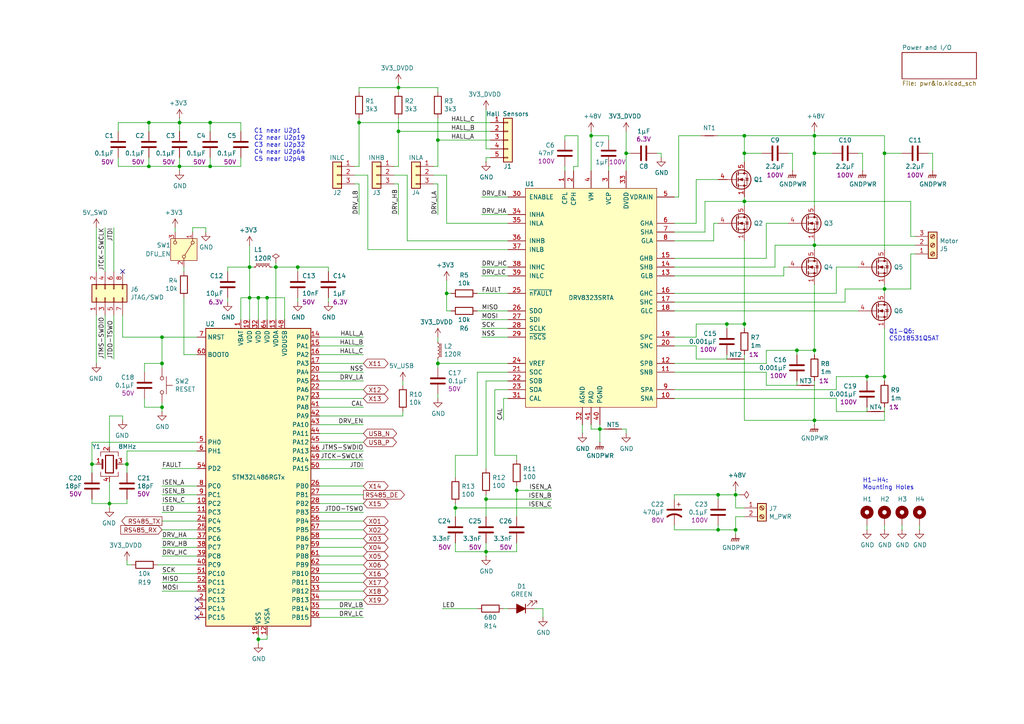
<source format=kicad_sch>
(kicad_sch (version 20231120) (generator "eeschema") (generator_version "8.0")
  (paper "A4")
  (title_block (title "Project 3104") (date "30/04/2019") (rev "1.1") (company "Douglas Almeida") (comment 1 "Brushless direct current motor driver."))
  (junction (at 104.14 35.56))
  (junction (at 36.83 134.62))
  (junction (at 132.08 147.32))
  (junction (at 213.36 153.67))
  (junction (at 215.9 44.45))
  (junction (at 52.07 48.26))
  (junction (at 46.99 105.41))
  (junction (at 251.46 109.22))
  (junction (at 43.18 35.56))
  (junction (at 115.57 38.1))
  (junction (at 149.86 142.24))
  (junction (at 140.97 144.78))
  (junction (at 74.93 185.42))
  (junction (at 256.54 44.45))
  (junction (at 215.9 93.98))
  (junction (at 74.93 86.36))
  (junction (at 127 105.41))
  (junction (at 60.96 48.26))
  (junction (at 46.99 97.79))
  (junction (at 213.36 143.51))
  (junction (at 127 40.64))
  (junction (at 215.9 39.37))
  (junction (at 140.97 160.02))
  (junction (at 77.47 86.36))
  (junction (at 231.14 101.6))
  (junction (at 236.22 101.6))
  (junction (at 236.22 44.45))
  (junction (at 256.54 83.82))
  (junction (at 80.01 77.47))
  (junction (at 256.54 109.22))
  (junction (at 208.28 143.51))
  (junction (at 52.07 35.56))
  (junction (at 208.28 153.67))
  (junction (at 181.61 44.45))
  (junction (at 236.22 71.12))
  (junction (at 72.39 77.47))
  (junction (at 115.57 25.4))
  (junction (at 86.36 77.47))
  (junction (at 129.54 85.09))
  (junction (at 171.45 39.37))
  (junction (at 60.96 35.56))
  (junction (at 72.39 86.36))
  (junction (at 43.18 48.26))
  (junction (at 210.82 93.98))
  (junction (at 173.99 124.46))
  (junction (at 46.99 118.11))
  (junction (at 215.9 58.42))
  (junction (at 31.75 146.05))
  (junction (at 26.67 134.62))
  (junction (at 236.22 121.92))
  (junction (at 236.22 39.37))
  (no_connect (at 57.15 176.53))
  (no_connect (at 35.56 78.74))
  (no_connect (at 57.15 173.99))
  (no_connect (at 57.15 179.07))
  (wire (pts (xy 256.54 83.82) (xy 256.54 85.09)))
  (wire (pts (xy 241.3 44.45) (xy 236.22 44.45)))
  (wire (pts (xy 59.69 66.04) (xy 59.69 67.31)))
  (wire (pts (xy 127 53.34) (xy 127 62.23)))
  (wire (pts (xy 195.58 113.03) (xy 242.57 113.03)))
  (wire (pts (xy 195.58 152.4) (xy 195.58 153.67)))
  (wire (pts (xy 220.98 44.45) (xy 215.9 44.45)))
  (wire (pts (xy 195.58 80.01) (xy 227.33 80.01)))
  (wire (pts (xy 251.46 109.22) (xy 256.54 109.22)))
  (wire (pts (xy 36.83 144.78) (xy 36.83 146.05)))
  (wire (pts (xy 229.87 44.45) (xy 229.87 49.53)))
  (wire (pts (xy 261.62 44.45) (xy 256.54 44.45)))
  (wire (pts (xy 208.28 52.07) (xy 201.93 52.07)))
  (wire (pts (xy 57.15 158.75) (xy 46.99 158.75)))
  (wire (pts (xy 69.85 38.1) (xy 69.85 35.56)))
  (wire (pts (xy 36.83 130.81) (xy 36.83 134.62)))
  (wire (pts (xy 36.83 146.05) (xy 31.75 146.05)))
  (wire (pts (xy 57.15 140.97) (xy 46.99 140.97)))
  (wire (pts (xy 105.41 166.37) (xy 92.71 166.37)))
  (wire (pts (xy 127 48.26) (xy 125.73 48.26)))
  (wire (pts (xy 92.71 163.83) (xy 105.41 163.83)))
  (wire (pts (xy 129.54 50.8) (xy 125.73 50.8)))
  (wire (pts (xy 66.04 77.47) (xy 72.39 77.47)))
  (wire (pts (xy 242.57 115.57) (xy 242.57 119.38)))
  (wire (pts (xy 201.93 93.98) (xy 210.82 93.98)))
  (wire (pts (xy 147.32 69.85) (xy 118.11 69.85)))
  (wire (pts (xy 72.39 71.12) (xy 72.39 77.47)))
  (wire (pts (xy 142.24 35.56) (xy 104.14 35.56)))
  (wire (pts (xy 195.58 77.47) (xy 224.79 77.47)))
  (wire (pts (xy 53.34 102.87) (xy 57.15 102.87)))
  (wire (pts (xy 127 114.3) (xy 127 115.57)))
  (wire (pts (xy 35.56 120.65) (xy 35.56 121.92)))
  (wire (pts (xy 129.54 81.28) (xy 129.54 85.09)))
  (wire (pts (xy 74.93 186.69) (xy 74.93 185.42)))
  (wire (pts (xy 69.85 45.72) (xy 69.85 48.26)))
  (wire (pts (xy 147.32 115.57) (xy 146.05 115.57)))
  (wire (pts (xy 104.14 35.56) (xy 104.14 48.26)))
  (wire (pts (xy 140.97 46.99) (xy 140.97 45.72)))
  (wire (pts (xy 215.9 102.87) (xy 215.9 121.92)))
  (wire (pts (xy 31.75 139.7) (xy 31.75 146.05)))
  (wire (pts (xy 236.22 123.19) (xy 236.22 121.92)))
  (wire (pts (xy 222.25 105.41) (xy 222.25 101.6)))
  (wire (pts (xy 181.61 49.53) (xy 181.61 44.45)))
  (wire (pts (xy 138.43 132.08) (xy 132.08 132.08)))
  (wire (pts (xy 46.99 118.11) (xy 46.99 116.84)))
  (wire (pts (xy 57.15 146.05) (xy 46.99 146.05)))
  (wire (pts (xy 69.85 48.26) (xy 60.96 48.26)))
  (wire (pts (xy 26.67 144.78) (xy 26.67 146.05)))
  (wire (pts (xy 140.97 45.72) (xy 142.24 45.72)))
  (wire (pts (xy 127 97.79) (xy 127 99.06)))
  (wire (pts (xy 116.84 110.49) (xy 116.84 111.76)))
  (wire (pts (xy 222.25 101.6) (xy 231.14 101.6)))
  (wire (pts (xy 256.54 95.25) (xy 256.54 109.22)))
  (wire (pts (xy 60.96 35.56) (xy 52.07 35.56)))
  (wire (pts (xy 104.14 48.26) (xy 102.87 48.26)))
  (wire (pts (xy 127 40.64) (xy 127 48.26)))
  (wire (pts (xy 41.91 115.57) (xy 41.91 118.11)))
  (wire (pts (xy 33.02 91.44) (xy 33.02 104.14)))
  (wire (pts (xy 231.14 110.49) (xy 231.14 111.76)))
  (wire (pts (xy 34.29 35.56) (xy 43.18 35.56)))
  (wire (pts (xy 195.58 105.41) (xy 222.25 105.41)))
  (wire (pts (xy 92.71 140.97) (xy 105.41 140.97)))
  (wire (pts (xy 52.07 45.72) (xy 52.07 48.26)))
  (wire (pts (xy 242.57 113.03) (xy 242.57 109.22)))
  (wire (pts (xy 166.37 48.26) (xy 167.64 48.26)))
  (wire (pts (xy 140.97 144.78) (xy 160.02 144.78)))
  (wire (pts (xy 55.88 67.31) (xy 55.88 66.04)))
  (wire (pts (xy 175.26 124.46) (xy 173.99 124.46)))
  (wire (pts (xy 52.07 48.26) (xy 43.18 48.26)))
  (wire (pts (xy 114.3 53.34) (xy 115.57 53.34)))
  (wire (pts (xy 256.54 82.55) (xy 256.54 83.82)))
  (wire (pts (xy 149.86 140.97) (xy 149.86 142.24)))
  (wire (pts (xy 236.22 39.37) (xy 236.22 44.45)))
  (wire (pts (xy 105.41 115.57) (xy 92.71 115.57)))
  (wire (pts (xy 36.83 130.81) (xy 57.15 130.81)))
  (wire (pts (xy 147.32 113.03) (xy 143.51 113.03)))
  (wire (pts (xy 34.29 48.26) (xy 43.18 48.26)))
  (wire (pts (xy 213.36 142.24) (xy 213.36 143.51)))
  (wire (pts (xy 57.15 151.13) (xy 46.99 151.13)))
  (wire (pts (xy 53.34 77.47) (xy 53.34 78.74)))
  (wire (pts (xy 181.61 38.1) (xy 181.61 44.45)))
  (wire (pts (xy 222.25 64.77) (xy 228.6 64.77)))
  (wire (pts (xy 92.71 130.81) (xy 105.41 130.81)))
  (wire (pts (xy 41.91 118.11) (xy 46.99 118.11)))
  (wire (pts (xy 36.83 134.62) (xy 36.83 137.16)))
  (wire (pts (xy 147.32 110.49) (xy 140.97 110.49)))
  (wire (pts (xy 26.67 134.62) (xy 27.94 134.62)))
  (wire (pts (xy 251.46 152.4) (xy 251.46 153.67)))
  (wire (pts (xy 57.15 161.29) (xy 46.99 161.29)))
  (wire (pts (xy 104.14 34.29) (xy 104.14 35.56)))
  (wire (pts (xy 66.04 87.63) (xy 66.04 86.36)))
  (wire (pts (xy 115.57 24.13) (xy 115.57 25.4)))
  (wire (pts (xy 227.33 77.47) (xy 228.6 77.47)))
  (wire (pts (xy 265.43 73.66) (xy 264.16 73.66)))
  (wire (pts (xy 26.67 128.27) (xy 26.67 134.62)))
  (wire (pts (xy 105.41 168.91) (xy 92.71 168.91)))
  (wire (pts (xy 256.54 72.39) (xy 256.54 44.45)))
  (wire (pts (xy 132.08 149.86) (xy 132.08 147.32)))
  (wire (pts (xy 256.54 121.92) (xy 236.22 121.92)))
  (wire (pts (xy 115.57 38.1) (xy 115.57 48.26)))
  (wire (pts (xy 43.18 35.56) (xy 43.18 38.1)))
  (wire (pts (xy 55.88 66.04) (xy 59.69 66.04)))
  (wire (pts (xy 196.85 39.37) (xy 203.2 39.37)))
  (wire (pts (xy 215.9 39.37) (xy 236.22 39.37)))
  (wire (pts (xy 69.85 86.36) (xy 72.39 86.36)))
  (wire (pts (xy 73.66 77.47) (xy 72.39 77.47)))
  (wire (pts (xy 147.32 80.01) (xy 139.7 80.01)))
  (wire (pts (xy 210.82 102.87) (xy 210.82 104.14)))
  (wire (pts (xy 36.83 162.56) (xy 36.83 163.83)))
  (wire (pts (xy 60.96 45.72) (xy 60.96 48.26)))
  (wire (pts (xy 132.08 132.08) (xy 132.08 138.43)))
  (wire (pts (xy 27.94 78.74) (xy 27.94 66.04)))
  (wire (pts (xy 92.71 148.59) (xy 105.41 148.59)))
  (wire (pts (xy 52.07 35.56) (xy 52.07 38.1)))
  (wire (pts (xy 92.71 151.13) (xy 105.41 151.13)))
  (wire (pts (xy 57.15 135.89) (xy 46.99 135.89)))
  (wire (pts (xy 53.34 86.36) (xy 53.34 102.87)))
  (wire (pts (xy 171.45 124.46) (xy 173.99 124.46)))
  (wire (pts (xy 195.58 100.33) (xy 201.93 100.33)))
  (wire (pts (xy 77.47 184.15) (xy 77.47 185.42)))
  (wire (pts (xy 242.57 109.22) (xy 251.46 109.22)))
  (wire (pts (xy 208.28 152.4) (xy 208.28 153.67)))
  (wire (pts (xy 236.22 44.45) (xy 236.22 59.69)))
  (wire (pts (xy 57.15 143.51) (xy 46.99 143.51)))
  (wire (pts (xy 149.86 149.86) (xy 149.86 142.24)))
  (wire (pts (xy 95.25 86.36) (xy 95.25 87.63)))
  (wire (pts (xy 86.36 78.74) (xy 86.36 77.47)))
  (wire (pts (xy 115.57 34.29) (xy 115.57 38.1)))
  (wire (pts (xy 26.67 128.27) (xy 57.15 128.27)))
  (wire (pts (xy 215.9 57.15) (xy 215.9 58.42)))
  (wire (pts (xy 57.15 156.21) (xy 46.99 156.21)))
  (wire (pts (xy 236.22 71.12) (xy 236.22 72.39)))
  (wire (pts (xy 31.75 129.54) (xy 31.75 120.65)))
  (wire (pts (xy 138.43 107.95) (xy 138.43 132.08)))
  (wire (pts (xy 265.43 68.58) (xy 264.16 68.58)))
  (wire (pts (xy 52.07 48.26) (xy 52.07 49.53)))
  (wire (pts (xy 222.25 111.76) (xy 231.14 111.76)))
  (wire (pts (xy 168.91 123.19) (xy 168.91 125.73)))
  (wire (pts (xy 127 106.68) (xy 127 105.41)))
  (wire (pts (xy 138.43 90.17) (xy 147.32 90.17)))
  (wire (pts (xy 118.11 69.85) (xy 118.11 50.8)))
  (wire (pts (xy 167.64 48.26) (xy 167.64 39.37)))
  (wire (pts (xy 204.47 67.31) (xy 204.47 58.42)))
  (wire (pts (xy 105.41 173.99) (xy 92.71 173.99)))
  (wire (pts (xy 92.71 179.07) (xy 105.41 179.07)))
  (wire (pts (xy 140.97 43.18) (xy 142.24 43.18)))
  (wire (pts (xy 105.41 113.03) (xy 92.71 113.03)))
  (wire (pts (xy 35.56 91.44) (xy 35.56 97.79)))
  (wire (pts (xy 43.18 35.56) (xy 52.07 35.56)))
  (wire (pts (xy 251.46 110.49) (xy 251.46 109.22)))
  (wire (pts (xy 173.99 124.46) (xy 173.99 128.27)))
  (wire (pts (xy 195.58 90.17) (xy 248.92 90.17)))
  (wire (pts (xy 60.96 48.26) (xy 52.07 48.26)))
  (wire (pts (xy 215.9 93.98) (xy 215.9 95.25)))
  (wire (pts (xy 147.32 77.47) (xy 139.7 77.47)))
  (wire (pts (xy 138.43 176.53) (xy 128.27 176.53)))
  (wire (pts (xy 116.84 120.65) (xy 116.84 119.38)))
  (wire (pts (xy 173.99 123.19) (xy 173.99 124.46)))
  (wire (pts (xy 46.99 153.67) (xy 57.15 153.67)))
  (wire (pts (xy 127 105.41) (xy 147.32 105.41)))
  (wire (pts (xy 236.22 110.49) (xy 236.22 121.92)))
  (wire (pts (xy 30.48 91.44) (xy 30.48 104.14)))
  (wire (pts (xy 86.36 86.36) (xy 86.36 87.63)))
  (wire (pts (xy 264.16 58.42) (xy 215.9 58.42)))
  (wire (pts (xy 248.92 44.45) (xy 250.19 44.45)))
  (wire (pts (xy 171.45 38.1) (xy 171.45 39.37)))
  (wire (pts (xy 41.91 105.41) (xy 46.99 105.41)))
  (wire (pts (xy 171.45 123.19) (xy 171.45 124.46)))
  (wire (pts (xy 127 104.14) (xy 127 105.41)))
  (wire (pts (xy 215.9 58.42) (xy 215.9 59.69)))
  (wire (pts (xy 92.71 146.05) (xy 105.41 146.05)))
  (wire (pts (xy 57.15 168.91) (xy 46.99 168.91)))
  (wire (pts (xy 82.55 86.36) (xy 77.47 86.36)))
  (wire (pts (xy 213.36 143.51) (xy 213.36 147.32)))
  (wire (pts (xy 201.93 100.33) (xy 201.93 104.14)))
  (wire (pts (xy 92.71 110.49) (xy 105.41 110.49)))
  (wire (pts (xy 222.25 107.95) (xy 222.25 111.76)))
  (wire (pts (xy 195.58 107.95) (xy 222.25 107.95)))
  (wire (pts (xy 201.93 64.77) (xy 195.58 64.77)))
  (wire (pts (xy 132.08 146.05) (xy 132.08 147.32)))
  (wire (pts (xy 105.41 143.51) (xy 92.71 143.51)))
  (wire (pts (xy 104.14 26.67) (xy 104.14 25.4)))
  (wire (pts (xy 36.83 163.83) (xy 38.1 163.83)))
  (wire (pts (xy 146.05 176.53) (xy 147.32 176.53)))
  (wire (pts (xy 227.33 80.01) (xy 227.33 77.47)))
  (wire (pts (xy 57.15 163.83) (xy 45.72 163.83)))
  (wire (pts (xy 34.29 45.72) (xy 34.29 48.26)))
  (wire (pts (xy 250.19 44.45) (xy 250.19 49.53)))
  (wire (pts (xy 95.25 78.74) (xy 95.25 77.47)))
  (wire (pts (xy 195.58 69.85) (xy 207.01 69.85)))
  (wire (pts (xy 163.83 39.37) (xy 163.83 40.64)))
  (wire (pts (xy 129.54 90.17) (xy 129.54 85.09)))
  (wire (pts (xy 60.96 38.1) (xy 60.96 35.56)))
  (wire (pts (xy 204.47 58.42) (xy 215.9 58.42)))
  (wire (pts (xy 41.91 107.95) (xy 41.91 105.41)))
  (wire (pts (xy 208.28 144.78) (xy 208.28 143.51)))
  (wire (pts (xy 224.79 71.12) (xy 236.22 71.12)))
  (wire (pts (xy 195.58 67.31) (xy 204.47 67.31)))
  (wire (pts (xy 92.71 118.11) (xy 105.41 118.11)))
  (wire (pts (xy 163.83 48.26) (xy 163.83 49.53)))
  (wire (pts (xy 166.37 49.53) (xy 166.37 48.26)))
  (wire (pts (xy 132.08 157.48) (xy 132.08 160.02)))
  (wire (pts (xy 92.71 153.67) (xy 105.41 153.67)))
  (wire (pts (xy 242.57 85.09) (xy 242.57 77.47)))
  (wire (pts (xy 92.71 105.41) (xy 105.41 105.41)))
  (wire (pts (xy 92.71 123.19) (xy 105.41 123.19)))
  (wire (pts (xy 167.64 39.37) (xy 163.83 39.37)))
  (wire (pts (xy 72.39 77.47) (xy 72.39 86.36)))
  (wire (pts (xy 191.77 44.45) (xy 191.77 45.72)))
  (wire (pts (xy 74.93 86.36) (xy 74.93 92.71)))
  (wire (pts (xy 190.5 44.45) (xy 191.77 44.45)))
  (wire (pts (xy 106.68 50.8) (xy 102.87 50.8)))
  (wire (pts (xy 182.88 44.45) (xy 181.61 44.45)))
  (wire (pts (xy 52.07 34.29) (xy 52.07 35.56)))
  (wire (pts (xy 236.22 38.1) (xy 236.22 39.37)))
  (wire (pts (xy 265.43 71.12) (xy 236.22 71.12)))
  (wire (pts (xy 92.71 107.95) (xy 105.41 107.95)))
  (wire (pts (xy 236.22 69.85) (xy 236.22 71.12)))
  (wire (pts (xy 92.71 158.75) (xy 105.41 158.75)))
  (wire (pts (xy 147.32 72.39) (xy 106.68 72.39)))
  (wire (pts (xy 104.14 25.4) (xy 115.57 25.4)))
  (wire (pts (xy 46.99 119.38) (xy 46.99 118.11)))
  (wire (pts (xy 27.94 91.44) (xy 27.94 105.41)))
  (wire (pts (xy 30.48 78.74) (xy 30.48 66.04)))
  (wire (pts (xy 147.32 62.23) (xy 139.7 62.23)))
  (wire (pts (xy 147.32 64.77) (xy 129.54 64.77)))
  (wire (pts (xy 50.8 66.04) (xy 50.8 67.31)))
  (wire (pts (xy 77.47 86.36) (xy 74.93 86.36)))
  (wire (pts (xy 142.24 40.64) (xy 127 40.64)))
  (wire (pts (xy 228.6 44.45) (xy 229.87 44.45)))
  (wire (pts (xy 86.36 77.47) (xy 80.01 77.47)))
  (wire (pts (xy 80.01 76.2) (xy 80.01 77.47)))
  (wire (pts (xy 222.25 74.93) (xy 222.25 64.77)))
  (wire (pts (xy 213.36 149.86) (xy 213.36 153.67)))
  (wire (pts (xy 215.9 69.85) (xy 215.9 93.98)))
  (wire (pts (xy 196.85 57.15) (xy 196.85 39.37)))
  (wire (pts (xy 57.15 166.37) (xy 46.99 166.37)))
  (wire (pts (xy 72.39 86.36) (xy 72.39 92.71)))
  (wire (pts (xy 127 25.4) (xy 127 26.67)))
  (wire (pts (xy 208.28 153.67) (xy 213.36 153.67)))
  (wire (pts (xy 92.71 135.89) (xy 105.41 135.89)))
  (wire (pts (xy 143.51 132.08) (xy 149.86 132.08)))
  (wire (pts (xy 115.57 26.67) (xy 115.57 25.4)))
  (wire (pts (xy 147.32 92.71) (xy 139.7 92.71)))
  (wire (pts (xy 69.85 86.36) (xy 69.85 92.71)))
  (wire (pts (xy 154.94 176.53) (xy 157.48 176.53)))
  (wire (pts (xy 125.73 53.34) (xy 127 53.34)))
  (wire (pts (xy 82.55 86.36) (xy 82.55 92.71)))
  (wire (pts (xy 213.36 147.32) (xy 215.9 147.32)))
  (wire (pts (xy 69.85 35.56) (xy 60.96 35.56)))
  (wire (pts (xy 95.25 77.47) (xy 86.36 77.47)))
  (wire (pts (xy 130.81 90.17) (xy 129.54 90.17)))
  (wire (pts (xy 149.86 132.08) (xy 149.86 133.35)))
  (wire (pts (xy 201.93 104.14) (xy 210.82 104.14)))
  (wire (pts (xy 266.7 152.4) (xy 266.7 153.67)))
  (wire (pts (xy 104.14 53.34) (xy 104.14 62.23)))
  (wire (pts (xy 231.14 102.87) (xy 231.14 101.6)))
  (wire (pts (xy 195.58 85.09) (xy 242.57 85.09)))
  (wire (pts (xy 26.67 137.16) (xy 26.67 134.62)))
  (wire (pts (xy 201.93 52.07) (xy 201.93 64.77)))
  (wire (pts (xy 46.99 105.41) (xy 46.99 106.68)))
  (wire (pts (xy 115.57 25.4) (xy 127 25.4)))
  (wire (pts (xy 270.51 44.45) (xy 270.51 49.53)))
  (wire (pts (xy 256.54 152.4) (xy 256.54 153.67)))
  (wire (pts (xy 236.22 101.6) (xy 236.22 102.87)))
  (wire (pts (xy 127 34.29) (xy 127 40.64)))
  (wire (pts (xy 57.15 97.79) (xy 46.99 97.79)))
  (wire (pts (xy 92.71 156.21) (xy 105.41 156.21)))
  (wire (pts (xy 46.99 97.79) (xy 46.99 105.41)))
  (wire (pts (xy 181.61 124.46) (xy 181.61 125.73)))
  (wire (pts (xy 118.11 50.8) (xy 114.3 50.8)))
  (wire (pts (xy 208.28 143.51) (xy 213.36 143.51)))
  (wire (pts (xy 140.97 143.51) (xy 140.97 144.78)))
  (wire (pts (xy 105.41 171.45) (xy 92.71 171.45)))
  (wire (pts (xy 215.9 46.99) (xy 215.9 44.45)))
  (wire (pts (xy 80.01 77.47) (xy 80.01 92.71)))
  (wire (pts (xy 142.24 38.1) (xy 115.57 38.1)))
  (wire (pts (xy 215.9 121.92) (xy 236.22 121.92)))
  (wire (pts (xy 147.32 95.25) (xy 139.7 95.25)))
  (wire (pts (xy 105.41 128.27) (xy 92.71 128.27)))
  (wire (pts (xy 242.57 119.38) (xy 251.46 119.38)))
  (wire (pts (xy 92.71 120.65) (xy 116.84 120.65)))
  (wire (pts (xy 245.11 83.82) (xy 256.54 83.82)))
  (wire (pts (xy 256.54 39.37) (xy 236.22 39.37)))
  (wire (pts (xy 140.97 149.86) (xy 140.97 144.78)))
  (wire (pts (xy 264.16 73.66) (xy 264.16 83.82)))
  (wire (pts (xy 57.15 148.59) (xy 46.99 148.59)))
  (wire (pts (xy 195.58 97.79) (xy 201.93 97.79)))
  (wire (pts (xy 215.9 44.45) (xy 215.9 39.37)))
  (wire (pts (xy 201.93 97.79) (xy 201.93 93.98)))
  (wire (pts (xy 195.58 143.51) (xy 208.28 143.51)))
  (wire (pts (xy 251.46 118.11) (xy 251.46 119.38)))
  (wire (pts (xy 213.36 143.51) (xy 214.63 143.51)))
  (wire (pts (xy 256.54 44.45) (xy 256.54 39.37)))
  (wire (pts (xy 115.57 53.34) (xy 115.57 62.23)))
  (wire (pts (xy 147.32 107.95) (xy 138.43 107.95)))
  (wire (pts (xy 264.16 83.82) (xy 256.54 83.82)))
  (wire (pts (xy 146.05 115.57) (xy 146.05 121.92)))
  (wire (pts (xy 149.86 160.02) (xy 140.97 160.02)))
  (wire (pts (xy 207.01 64.77) (xy 208.28 64.77)))
  (wire (pts (xy 106.68 72.39) (xy 106.68 50.8)))
  (wire (pts (xy 57.15 171.45) (xy 46.99 171.45)))
  (wire (pts (xy 35.56 134.62) (xy 36.83 134.62)))
  (wire (pts (xy 256.54 109.22) (xy 256.54 110.49)))
  (wire (pts (xy 242.57 77.47) (xy 248.92 77.47)))
  (wire (pts (xy 147.32 97.79) (xy 139.7 97.79)))
  (wire (pts (xy 264.16 68.58) (xy 264.16 58.42)))
  (wire (pts (xy 115.57 48.26) (xy 114.3 48.26)))
  (wire (pts (xy 92.71 97.79) (xy 105.41 97.79)))
  (wire (pts (xy 92.71 161.29) (xy 105.41 161.29)))
  (wire (pts (xy 236.22 82.55) (xy 236.22 101.6)))
  (wire (pts (xy 129.54 64.77) (xy 129.54 50.8)))
  (wire (pts (xy 132.08 147.32) (xy 160.02 147.32)))
  (wire (pts (xy 195.58 87.63) (xy 245.11 87.63)))
  (wire (pts (xy 140.97 31.75) (xy 140.97 43.18)))
  (wire (pts (xy 92.71 133.35) (xy 105.41 133.35)))
  (wire (pts (xy 213.36 153.67) (xy 213.36 154.94)))
  (wire (pts (xy 92.71 100.33) (xy 105.41 100.33)))
  (wire (pts (xy 72.39 86.36) (xy 74.93 86.36)))
  (wire (pts (xy 77.47 185.42) (xy 74.93 185.42)))
  (wire (pts (xy 176.53 48.26) (xy 176.53 49.53)))
  (wire (pts (xy 147.32 57.15) (xy 139.7 57.15)))
  (wire (pts (xy 92.71 176.53) (xy 105.41 176.53)))
  (wire (pts (xy 140.97 160.02) (xy 140.97 161.29)))
  (wire (pts (xy 208.28 39.37) (xy 215.9 39.37)))
  (wire (pts (xy 195.58 74.93) (xy 222.25 74.93)))
  (wire (pts (xy 245.11 87.63) (xy 245.11 83.82)))
  (wire (pts (xy 129.54 85.09) (xy 130.81 85.09)))
  (wire (pts (xy 210.82 93.98) (xy 215.9 93.98)))
  (wire (pts (xy 210.82 95.25) (xy 210.82 93.98)))
  (wire (pts (xy 195.58 153.67) (xy 208.28 153.67)))
  (wire (pts (xy 207.01 69.85) (xy 207.01 64.77)))
  (wire (pts (xy 31.75 120.65) (xy 35.56 120.65)))
  (wire (pts (xy 157.48 176.53) (xy 157.48 179.07)))
  (wire (pts (xy 43.18 48.26) (xy 43.18 45.72)))
  (wire (pts (xy 261.62 152.4) (xy 261.62 153.67)))
  (wire (pts (xy 180.34 124.46) (xy 181.61 124.46)))
  (wire (pts (xy 66.04 78.74) (xy 66.04 77.47)))
  (wire (pts (xy 77.47 86.36) (xy 77.47 92.71)))
  (wire (pts (xy 171.45 49.53) (xy 171.45 39.37)))
  (wire (pts (xy 195.58 115.57) (xy 242.57 115.57)))
  (wire (pts (xy 33.02 78.74) (xy 33.02 66.04)))
  (wire (pts (xy 132.08 160.02) (xy 140.97 160.02)))
  (wire (pts (xy 196.85 57.15) (xy 195.58 57.15)))
  (wire (pts (xy 31.75 146.05) (xy 31.75 147.32)))
  (wire (pts (xy 140.97 110.49) (xy 140.97 135.89)))
  (wire (pts (xy 102.87 53.34) (xy 104.14 53.34)))
  (wire (pts (xy 149.86 142.24) (xy 160.02 142.24)))
  (wire (pts (xy 195.58 144.78) (xy 195.58 143.51)))
  (wire (pts (xy 149.86 157.48) (xy 149.86 160.02)))
  (wire (pts (xy 35.56 97.79) (xy 46.99 97.79)))
  (wire (pts (xy 256.54 118.11) (xy 256.54 121.92)))
  (wire (pts (xy 143.51 113.03) (xy 143.51 132.08)))
  (wire (pts (xy 34.29 38.1) (xy 34.29 35.56)))
  (wire (pts (xy 74.93 185.42) (xy 74.93 184.15)))
  (wire (pts (xy 176.53 39.37) (xy 176.53 40.64)))
  (wire (pts (xy 215.9 149.86) (xy 213.36 149.86)))
  (wire (pts (xy 140.97 157.48) (xy 140.97 160.02)))
  (wire (pts (xy 224.79 77.47) (xy 224.79 71.12)))
  (wire (pts (xy 92.71 102.87) (xy 105.41 102.87)))
  (wire (pts (xy 105.41 125.73) (xy 92.71 125.73)))
  (wire (pts (xy 269.24 44.45) (xy 270.51 44.45)))
  (wire (pts (xy 231.14 101.6) (xy 236.22 101.6)))
  (wire (pts (xy 171.45 39.37) (xy 176.53 39.37)))
  (wire (pts (xy 26.67 146.05) (xy 31.75 146.05)))
  (wire (pts (xy 138.43 85.09) (xy 147.32 85.09)))
  (wire (pts (xy 80.01 77.47) (xy 78.74 77.47)))
  (text "C1 near U2p1\nC2 near U2p19\nC3 near U2p32\nC4 near U2p64\nC5 near U2p48" (at 73.66 46.99 0) (effects (font (size 1.27 1.27)) (justify left bottom)))
  (text "H1-H4:\nMounting Holes" (at 250.19 142.24 0) (effects (font (size 1.27 1.27)) (justify left bottom)))
  (text "Q1-Q6:\nCSD18531Q5AT" (at 257.81 99.06 0) (effects (font (size 1.27 1.27)) (justify left bottom)))
  (label "DRV_LC" (at 105.41 179.07 180))
  (label "JTDI" (at 33.02 66.04 270))
  (label "MOSI" (at 139.7 92.71 0))
  (label "DRV_HA" (at 139.7 62.23 0))
  (label "FAULT" (at 139.7 85.09 0))
  (label "HALL_C" (at 130.81 35.56 0))
  (label "DRV_HC" (at 46.99 161.29 0))
  (label "ISEN_B" (at 46.99 143.51 0))
  (label "LED" (at 128.27 176.53 0))
  (label "JTDO-TSWO" (at 33.02 104.14 90))
  (label "HALL_A" (at 105.41 97.79 180))
  (label "JTDO-TSWO" (at 105.41 148.59 180))
  (label "DRV_EN" (at 105.41 123.19 180))
  (label "DRV_LB" (at 105.41 176.53 180))
  (label "HALL_A" (at 130.81 40.64 0))
  (label "ISEN_C" (at 46.99 146.05 0))
  (label "ISEN_B" (at 160.02 144.78 180))
  (label "JTCK-SWCLK" (at 30.48 66.04 270))
  (label "HALL_B" (at 105.41 100.33 180))
  (label "DRV_LC" (at 139.7 80.01 0))
  (label "DRV_EN" (at 139.7 57.15 0))
  (label "DRV_HB" (at 115.57 62.23 90))
  (label "MOSI" (at 46.99 171.45 0))
  (label "ISEN_C" (at 160.02 147.32 180))
  (label "NSS" (at 105.41 107.95 180))
  (label "HALL_C" (at 105.41 102.87 180))
  (label "DRV_HB" (at 46.99 158.75 0))
  (label "SCK" (at 46.99 166.37 0))
  (label "DRV_HA" (at 46.99 156.21 0))
  (label "CAL" (at 105.41 118.11 180))
  (label "FAULT" (at 46.99 135.89 0))
  (label "ISEN_A" (at 160.02 142.24 180))
  (label "HALL_B" (at 130.81 38.1 0))
  (label "DRV_LA" (at 105.41 110.49 180))
  (label "MISO" (at 46.99 168.91 0))
  (label "DRV_LA" (at 127 62.23 90))
  (label "LED" (at 46.99 148.59 0))
  (label "ISEN_A" (at 46.99 140.97 0))
  (label "JTCK-SWCLK" (at 105.41 133.35 180))
  (label "DRV_HC" (at 139.7 77.47 0))
  (label "CAL" (at 146.05 121.92 90))
  (label "SCK" (at 139.7 95.25 0))
  (label "DRV_LB" (at 104.14 62.23 90))
  (label "JTMS-SWDIO" (at 105.41 130.81 180))
  (label "JTDI" (at 105.41 135.89 180))
  (label "MISO" (at 139.7 90.17 0))
  (label "JTMS-SWDIO" (at 30.48 104.14 90))
  (label "NSS" (at 139.7 97.79 0))
  (global_label "X19" (shape bidirectional) (at 105.41 173.99 0) (property "Intersheetrefs" "${INTERSHEET_REFS}" (effects (hide yes))))
  (global_label "RS485_RX" (shape input) (at 46.99 153.67 180) (property "Intersheetrefs" "${INTERSHEET_REFS}" (effects (hide yes))))
  (global_label "X06" (shape bidirectional) (at 105.41 163.83 0) (property "Intersheetrefs" "${INTERSHEET_REFS}" (effects (hide yes))))
  (global_label "X16" (shape bidirectional) (at 105.41 166.37 0) (property "Intersheetrefs" "${INTERSHEET_REFS}" (effects (hide yes))))
  (global_label "X13" (shape bidirectional) (at 105.41 115.57 0) (property "Intersheetrefs" "${INTERSHEET_REFS}" (effects (hide yes))))
  (global_label "X04" (shape bidirectional) (at 105.41 158.75 0) (property "Intersheetrefs" "${INTERSHEET_REFS}" (effects (hide yes))))
  (global_label "USB_P" (shape bidirectional) (at 105.41 128.27 0) (property "Intersheetrefs" "${INTERSHEET_REFS}" (effects (hide yes))))
  (global_label "RS485_TX" (shape output) (at 46.99 151.13 180) (property "Intersheetrefs" "${INTERSHEET_REFS}" (effects (hide yes))))
  (global_label "X02" (shape bidirectional) (at 105.41 153.67 0) (property "Intersheetrefs" "${INTERSHEET_REFS}" (effects (hide yes))))
  (global_label "X05" (shape bidirectional) (at 105.41 161.29 0) (property "Intersheetrefs" "${INTERSHEET_REFS}" (effects (hide yes))))
  (global_label "X18" (shape bidirectional) (at 105.41 171.45 0) (property "Intersheetrefs" "${INTERSHEET_REFS}" (effects (hide yes))))
  (global_label "X11" (shape bidirectional) (at 105.41 105.41 0) (property "Intersheetrefs" "${INTERSHEET_REFS}" (effects (hide yes))))
  (global_label "X01" (shape bidirectional) (at 105.41 151.13 0) (property "Intersheetrefs" "${INTERSHEET_REFS}" (effects (hide yes))))
  (global_label "USB_N" (shape bidirectional) (at 105.41 125.73 0) (property "Intersheetrefs" "${INTERSHEET_REFS}" (effects (hide yes))))
  (global_label "X17" (shape bidirectional) (at 105.41 168.91 0) (property "Intersheetrefs" "${INTERSHEET_REFS}" (effects (hide yes))))
  (global_label "RS485_DE" (shape output) (at 105.41 143.51 0) (property "Intersheetrefs" "${INTERSHEET_REFS}" (effects (hide yes))))
  (global_label "X14" (shape bidirectional) (at 105.41 140.97 0) (property "Intersheetrefs" "${INTERSHEET_REFS}" (effects (hide yes))))
  (global_label "X12" (shape bidirectional) (at 105.41 113.03 0) (property "Intersheetrefs" "${INTERSHEET_REFS}" (effects (hide yes))))
  (global_label "X15" (shape bidirectional) (at 105.41 146.05 0) (property "Intersheetrefs" "${INTERSHEET_REFS}" (effects (hide yes))))
  (global_label "X03" (shape bidirectional) (at 105.41 156.21 0) (property "Intersheetrefs" "${INTERSHEET_REFS}" (effects (hide yes))))
  (symbol (lib_id "Extra:DRV8323SRTA") (at 171.45 86.36 0) (unit 1)
    (property "Reference" "U1" (at 153.67 53.34 0))
    (property "Value" "DRV8323SRTA" (at 171.45 86.36 0))
    (property "Footprint" "Extra:Texas_S-PWQFN-N40" (effects (hide yes)))
    (property "Datasheet" "http://www.ti.com/lit/ds/symlink/drv8320.pdf" (effects (hide yes)))
    (property "Part#" "DRV8323SRTAR" (effects (hide yes)))
  )
  (symbol (lib_id "Device:C") (at 163.83 44.45 0) (mirror x) (unit 1)
    (property "Reference" "C6" (at 160.909 42.1386 0) (effects (justify right)))
    (property "Value" "47nF" (at 160.909 44.45 0) (effects (justify right)))
    (property "Footprint" "Capacitor_SMD:C_1812_4532Metric" (effects (hide yes)))
    (property "Voltage" "100V" (at 160.909 46.7614 0) (effects (justify right)))
    (property "Part#" "C1812C473K1RACTU" (effects (hide yes)))
  )
  (symbol (lib_id "Device:C") (at 176.53 44.45 0) (mirror y) (unit 1)
    (property "Reference" "C7" (at 175.26 41.91 0) (effects (justify left)))
    (property "Value" "1µF" (at 176.53 46.99 0) (effects (justify left)))
    (property "Footprint" "Capacitor_SMD:C_1206_3216Metric" (effects (hide yes)))
    (property "Voltage" "100V" (at 179.07 46.99 0))
    (property "Part#" "CL31B105KCHNNNE" (effects (hide yes)))
  )
  (symbol (lib_id "power:+48V") (at 171.45 38.1 0) (unit 1)
    (property "Reference" "#PWR04" (effects (hide yes)))
    (property "Value" "+48V" (at 171.831 33.7058 0))
  )
  (symbol (lib_id "power:GND") (at 168.91 125.73 0) (unit 1)
    (property "Reference" "#PWR026" (effects (hide yes)))
    (property "Value" "GND" (at 169.037 130.1242 0))
  )
  (symbol (lib_id "power:GND") (at 191.77 45.72 0) (unit 1)
    (property "Reference" "#PWR08" (effects (hide yes)))
    (property "Value" "GND" (at 191.897 50.1142 0))
  )
  (symbol (lib_id "Device:C") (at 186.69 44.45 90) (unit 1)
    (property "Reference" "C8" (at 186.69 48.26 90))
    (property "Value" "1µF" (at 186.69 38.0746 90))
    (property "Footprint" "Capacitor_SMD:C_0603_1608Metric" (effects (hide yes)))
    (property "Voltage" "6.3V" (at 186.69 40.386 90))
    (property "Part#" "CL10B105KQ8NNNC" (effects (hide yes)))
  )
  (symbol (lib_id "MCU_ST_STM32L4:STM32L486RGTx") (at 74.93 138.43 0) (unit 1)
    (property "Reference" "U2" (at 60.96 93.98 0))
    (property "Value" "STM32L486RGTx" (at 74.93 138.43 0))
    (property "Footprint" "Package_QFP:LQFP-64_10x10mm_P0.5mm" (effects (hide yes)))
    (property "Datasheet" "http://www.st.com/st-web-ui/static/active/en/resource/technical/document/datasheet/DM00108833.pdf" (effects (hide yes)))
  )
  (symbol (lib_id "Extra:3V3_DVDD") (at 181.61 38.1 0) (unit 1)
    (property "Reference" "#PWR05" (effects (hide yes)))
    (property "Value" "3V3_DVDD" (at 181.229 33.7058 0))
  )
  (symbol (lib_id "Device:R") (at 215.9 99.06 0) (unit 1)
    (property "Reference" "R7" (at 217.678 97.8916 0) (effects (justify left)))
    (property "Value" "1m" (at 217.678 100.203 0) (effects (justify left)))
    (property "Footprint" "Resistor_SMD:R_2512_6332Metric" (effects (hide yes)))
    (property "Tolerance" "1%" (at 217.17 102.87 0) (effects (justify left)))
    (property "Part#" "ERJ-MS4SF1M0U" (effects (hide yes)))
  )
  (symbol (lib_id "Device:Crystal_GND24") (at 31.75 134.62 0) (unit 1)
    (property "Reference" "Y1" (at 29.21 129.54 0) (effects (justify right)))
    (property "Value" "8MHz" (at 34.29 129.54 0) (effects (justify left)))
    (property "Footprint" "Crystal:Crystal_SMD_3225-4Pin_3.2x2.5mm" (effects (hide yes)))
    (property "Datasheet" "https://www.geyer-electronic.de/uploads/tx_userartikelfrequenz/GEYER-KX-7.pdf" (effects (hide yes)))
    (property "Part#" "12.60028" (effects (hide yes)))
  )
  (symbol (lib_id "Device:C") (at 26.67 140.97 0) (mirror x) (unit 1)
    (property "Reference" "C20" (at 23.749 138.6586 0) (effects (justify right)))
    (property "Value" "18pF" (at 23.749 140.97 0) (effects (justify right)))
    (property "Footprint" "Capacitor_SMD:C_0603_1608Metric" (effects (hide yes)))
    (property "Voltage" "50V" (at 23.749 143.2814 0) (effects (justify right)))
    (property "Part#" "CL10C180FB8NNNC" (effects (hide yes)))
  )
  (symbol (lib_id "Device:C") (at 36.83 140.97 180) (unit 1)
    (property "Reference" "C21" (at 39.751 138.6586 0) (effects (justify right)))
    (property "Value" "18pF" (at 39.751 140.97 0) (effects (justify right)))
    (property "Footprint" "Capacitor_SMD:C_0603_1608Metric" (effects (hide yes)))
    (property "Voltage" "50V" (at 39.751 143.2814 0) (effects (justify right)))
    (property "Part#" "CL10C180FB8NNNC" (effects (hide yes)))
  )
  (symbol (lib_id "power:GND") (at 31.75 147.32 0) (mirror y) (unit 1)
    (property "Reference" "#PWR028" (effects (hide yes)))
    (property "Value" "GND" (at 31.623 151.7142 0))
  )
  (symbol (lib_id "power:+48V") (at 236.22 38.1 0) (unit 1)
    (property "Reference" "#PWR06" (effects (hide yes)))
    (property "Value" "+48V" (at 236.601 33.7058 0))
  )
  (symbol (lib_id "Device:R") (at 236.22 106.68 0) (unit 1)
    (property "Reference" "R8" (at 237.998 105.5116 0) (effects (justify left)))
    (property "Value" "1m" (at 237.998 107.823 0) (effects (justify left)))
    (property "Footprint" "Resistor_SMD:R_2512_6332Metric" (effects (hide yes)))
    (property "Tolerance" "1%" (at 237.49 110.49 0) (effects (justify left)))
    (property "Part#" "ERJ-MS4SF1M0U" (effects (hide yes)))
  )
  (symbol (lib_id "Device:R") (at 256.54 114.3 0) (unit 1)
    (property "Reference" "R9" (at 258.318 113.1316 0) (effects (justify left)))
    (property "Value" "1m" (at 258.318 115.443 0) (effects (justify left)))
    (property "Footprint" "Resistor_SMD:R_2512_6332Metric" (effects (hide yes)))
    (property "Tolerance" "1%" (at 257.81 118.11 0) (effects (justify left)))
    (property "Part#" "ERJ-MS4SF1M0U" (effects (hide yes)))
  )
  (symbol (lib_id "Device:C_Polarized_US") (at 195.58 148.59 0) (mirror y) (unit 1)
    (property "Reference" "C22" (at 192.659 146.2786 0) (effects (justify left)))
    (property "Value" "470µF" (at 192.659 148.59 0) (effects (justify left)))
    (property "Footprint" "Extra:EEU-FS1K471L" (effects (hide yes)))
    (property "Description" "Polarized capacitor, US symbol" (effects (hide yes)))
    (property "Voltage" "80V" (at 192.659 150.9014 0) (effects (justify left)))
    (property "Part#" "EEU-FS1K471L" (effects (hide yes)))
  )
  (symbol (lib_id "Device:C") (at 149.86 153.67 0) (mirror y) (unit 1)
    (property "Reference" "C26" (at 148.59 151.13 0) (effects (justify left)))
    (property "Value" "3.3nF" (at 148.59 156.21 0) (effects (justify left)))
    (property "Footprint" "Capacitor_SMD:C_0805_2012Metric" (effects (hide yes)))
    (property "Voltage" "50V" (at 148.59 158.75 0) (effects (justify left)))
    (property "Part#" "CL21C332JBFNNNF" (effects (hide yes)))
  )
  (symbol (lib_id "Device:R") (at 149.86 137.16 180) (unit 1)
    (property "Reference" "R11" (at 151.638 135.9916 0) (effects (justify right)))
    (property "Value" "100" (at 151.638 138.303 0) (effects (justify right)))
    (property "Footprint" "Capacitor_SMD:C_0805_2012Metric" (effects (hide yes)))
    (property "Part#" "CRGCQ0805J100R" (effects (hide yes)))
  )
  (symbol (lib_id "Device:C") (at 224.79 44.45 270) (unit 1)
    (property "Reference" "C9" (at 224.79 40.64 90))
    (property "Value" "2.2µF" (at 224.79 48.26 90))
    (property "Footprint" "Capacitor_SMD:C_1210_3225Metric" (effects (hide yes)))
    (property "Voltage" "100V" (at 224.79 50.8 90))
    (property "Part#" "12101C225K4T2A" (effects (hide yes)))
  )
  (symbol (lib_id "Device:C") (at 245.11 44.45 270) (unit 1)
    (property "Reference" "C10" (at 245.11 40.64 90))
    (property "Value" "2.2µF" (at 245.11 48.26 90))
    (property "Footprint" "Capacitor_SMD:C_1210_3225Metric" (effects (hide yes)))
    (property "Voltage" "100V" (at 245.11 50.8 90))
    (property "Part#" "12101C225K4T2A" (effects (hide yes)))
  )
  (symbol (lib_id "Device:C") (at 265.43 44.45 270) (unit 1)
    (property "Reference" "C11" (at 265.43 40.64 90))
    (property "Value" "2.2µF" (at 265.43 48.26 90))
    (property "Footprint" "Capacitor_SMD:C_1210_3225Metric" (effects (hide yes)))
    (property "Voltage" "100V" (at 265.43 50.8 90))
    (property "Part#" "12101C225K4T2A" (effects (hide yes)))
  )
  (symbol (lib_id "Device:R") (at 140.97 139.7 180) (unit 1)
    (property "Reference" "R12" (at 142.748 138.5316 0) (effects (justify right)))
    (property "Value" "100" (at 142.748 140.843 0) (effects (justify right)))
    (property "Footprint" "Capacitor_SMD:C_0805_2012Metric" (effects (hide yes)))
    (property "Part#" "CRGCQ0805J100R" (effects (hide yes)))
  )
  (symbol (lib_id "power:GND") (at 140.97 161.29 0) (unit 1)
    (property "Reference" "#PWR030" (effects (hide yes)))
    (property "Value" "GND" (at 141.097 165.6842 0))
  )
  (symbol (lib_id "Device:C") (at 140.97 153.67 0) (mirror y) (unit 1)
    (property "Reference" "C25" (at 139.7 151.13 0) (effects (justify left)))
    (property "Value" "3.3nF" (at 139.7 156.21 0) (effects (justify left)))
    (property "Footprint" "Capacitor_SMD:C_0805_2012Metric" (effects (hide yes)))
    (property "Voltage" "50V" (at 139.7 158.75 0) (effects (justify left)))
    (property "Part#" "CL21C332JBFNNNF" (effects (hide yes)))
  )
  (symbol (lib_id "power:+48V") (at 213.36 142.24 0) (unit 1)
    (property "Reference" "#PWR027" (effects (hide yes)))
    (property "Value" "+48V" (at 213.741 137.8458 0))
  )
  (symbol (lib_id "Device:R") (at 132.08 142.24 180) (unit 1)
    (property "Reference" "R13" (at 133.858 141.0716 0) (effects (justify right)))
    (property "Value" "100" (at 133.858 143.383 0) (effects (justify right)))
    (property "Footprint" "Capacitor_SMD:C_0805_2012Metric" (effects (hide yes)))
    (property "Part#" "CRGCQ0805J100R" (effects (hide yes)))
  )
  (symbol (lib_id "Device:C") (at 132.08 153.67 0) (mirror y) (unit 1)
    (property "Reference" "C24" (at 130.81 151.13 0) (effects (justify left)))
    (property "Value" "3.3nF" (at 130.81 156.21 0) (effects (justify left)))
    (property "Footprint" "Capacitor_SMD:C_0805_2012Metric" (effects (hide yes)))
    (property "Voltage" "50V" (at 130.81 158.75 0) (effects (justify left)))
    (property "Part#" "CL21C332JBFNNNF" (effects (hide yes)))
  )
  (symbol (lib_id "Device:C") (at 231.14 106.68 0) (mirror x) (unit 1)
    (property "Reference" "C16" (at 228.219 104.3686 0) (effects (justify right)))
    (property "Value" "0.001µF" (at 228.219 106.68 0) (effects (justify right)))
    (property "Footprint" "Capacitor_SMD:C_0805_2012Metric" (effects (hide yes)))
    (property "Voltage" "100V" (at 228.219 108.9914 0) (effects (justify right)))
    (property "Part#" "CC0805JRX7R0BB102" (effects (hide yes)))
  )
  (symbol (lib_id "Device:C") (at 210.82 99.06 0) (mirror x) (unit 1)
    (property "Reference" "C15" (at 207.899 96.7486 0) (effects (justify right)))
    (property "Value" "0.001µF" (at 207.899 99.06 0) (effects (justify right)))
    (property "Footprint" "Capacitor_SMD:C_0805_2012Metric" (effects (hide yes)))
    (property "Voltage" "100V" (at 207.899 101.3714 0) (effects (justify right)))
    (property "Part#" "CC0805JRX7R0BB102" (effects (hide yes)))
  )
  (symbol (lib_id "Device:C") (at 251.46 114.3 0) (mirror x) (unit 1)
    (property "Reference" "C19" (at 248.539 111.9886 0) (effects (justify right)))
    (property "Value" "0.001µF" (at 248.539 114.3 0) (effects (justify right)))
    (property "Footprint" "Capacitor_SMD:C_0805_2012Metric" (effects (hide yes)))
    (property "Voltage" "100V" (at 248.539 116.6114 0) (effects (justify right)))
    (property "Part#" "CC0805JRX7R0BB102" (effects (hide yes)))
  )
  (symbol (lib_id "power:PWR_FLAG") (at 214.63 143.51 270) (unit 1)
    (property "Reference" "#FLG0101" (effects (hide yes)))
    (property "Value" "PWR_FLAG" (effects (hide yes)))
  )
  (symbol (lib_id "power:PWR_FLAG") (at 80.01 76.2 0) (unit 1)
    (property "Reference" "#FLG0104" (effects (hide yes)))
    (property "Value" "PWR_FLAG" (effects (hide yes)))
  )
  (symbol (lib_id "Transistor_FET:CSD18531Q5A") (at 213.36 52.07 0) (unit 1)
    (property "Reference" "Q1" (at 218.5924 52.07 0) (effects (justify left)))
    (property "Value" "CSD18531Q5A" (effects (hide yes)))
    (property "Footprint" "Extra:TDSON-8-1" (effects (hide yes)))
    (property "Datasheet" "http://www.ti.com/lit/gpn/csd18531q5a" (effects (hide yes)))
  )
  (symbol (lib_id "Connector:Screw_Terminal_01x02") (at 220.98 147.32 0) (unit 1)
    (property "Reference" "J7" (at 223.012 147.5232 0) (effects (justify left)))
    (property "Value" "M_PWR" (at 223.012 149.8346 0) (effects (justify left)))
    (property "Footprint" "Extra:PhoenixContact_MSTBA_2,5_2-G-5,08_1x02_P5.08mm_Horizontal" (effects (hide yes)))
    (property "Part#" "MSTBA 2.5/ 2-G-5.08" (effects (hide yes)))
    (property "Counterpart" "MSTB 2.5/ 2-ST-5.08" (effects (hide yes)))
  )
  (symbol (lib_id "Connector:Screw_Terminal_01x03") (at 270.51 71.12 0) (mirror x) (unit 1)
    (property "Reference" "J5" (at 272.542 72.1868 0) (effects (justify left)))
    (property "Value" "Motor" (at 272.542 69.8754 0) (effects (justify left)))
    (property "Footprint" "Extra:PhoenixContact_MSTBA_2,5_3-G-5,08_1x03_P5.08mm_Horizontal_Protuded" (effects (hide yes)))
    (property "Part#" "MSTBA 2.5/ 3-G-5.08" (effects (hide yes)))
    (property "Counterpart" "MSTB 2.5/ 3-ST-5.08" (effects (hide yes)))
  )
  (symbol (lib_id "Transistor_FET:CSD18531Q5A") (at 213.36 64.77 0) (unit 1)
    (property "Reference" "Q2" (at 218.5924 64.77 0) (effects (justify left)))
    (property "Value" "CSD18531Q5A" (effects (hide yes)))
    (property "Footprint" "Extra:TDSON-8-1" (effects (hide yes)))
    (property "Datasheet" "http://www.ti.com/lit/gpn/csd18531q5a" (effects (hide yes)))
  )
  (symbol (lib_id "Transistor_FET:CSD18531Q5A") (at 233.68 64.77 0) (unit 1)
    (property "Reference" "Q3" (at 238.9124 64.77 0) (effects (justify left)))
    (property "Value" "CSD18531Q5A" (effects (hide yes)))
    (property "Footprint" "Extra:TDSON-8-1" (effects (hide yes)))
    (property "Datasheet" "http://www.ti.com/lit/gpn/csd18531q5a" (effects (hide yes)))
  )
  (symbol (lib_id "Transistor_FET:CSD18531Q5A") (at 233.68 77.47 0) (unit 1)
    (property "Reference" "Q4" (at 238.9124 77.47 0) (effects (justify left)))
    (property "Value" "CSD18531Q5A" (effects (hide yes)))
    (property "Footprint" "Extra:TDSON-8-1" (effects (hide yes)))
    (property "Datasheet" "http://www.ti.com/lit/gpn/csd18531q5a" (effects (hide yes)))
  )
  (symbol (lib_id "Transistor_FET:CSD18531Q5A") (at 254 77.47 0) (unit 1)
    (property "Reference" "Q5" (at 259.2324 77.47 0) (effects (justify left)))
    (property "Value" "CSD18531Q5A" (effects (hide yes)))
    (property "Footprint" "Extra:TDSON-8-1" (effects (hide yes)))
    (property "Datasheet" "http://www.ti.com/lit/gpn/csd18531q5a" (effects (hide yes)))
  )
  (symbol (lib_id "Transistor_FET:CSD18531Q5A") (at 254 90.17 0) (unit 1)
    (property "Reference" "Q6" (at 259.2324 90.17 0) (effects (justify left)))
    (property "Value" "CSD18531Q5A" (effects (hide yes)))
    (property "Footprint" "Extra:TDSON-8-1" (effects (hide yes)))
    (property "Datasheet" "http://www.ti.com/lit/gpn/csd18531q5a" (effects (hide yes)))
  )
  (symbol (lib_id "power:GNDPWR") (at 173.99 128.27 0) (unit 1)
    (property "Reference" "#PWR0112" (effects (hide yes)))
    (property "Value" "GNDPWR" (at 174.0916 132.1816 0))
  )
  (symbol (lib_id "power:GND") (at 35.56 121.92 0) (mirror y) (unit 1)
    (property "Reference" "#PWR0103" (effects (hide yes)))
    (property "Value" "GND" (at 35.433 126.3142 0))
  )
  (symbol (lib_id "Device:C") (at 41.91 111.76 0) (mirror y) (unit 1)
    (property "Reference" "C18" (at 38.989 109.4486 0) (effects (justify left)))
    (property "Value" "0.1µF" (at 38.989 111.76 0) (effects (justify left)))
    (property "Footprint" "Capacitor_SMD:C_0805_2012Metric" (effects (hide yes)))
    (property "Voltage" "50V" (at 38.989 114.0714 0) (effects (justify left)))
    (property "Part#" "C0805C104K5RACTU" (effects (hide yes)))
  )
  (symbol (lib_id "power:GND") (at 46.99 119.38 0) (unit 1)
    (property "Reference" "#PWR024" (effects (hide yes)))
    (property "Value" "GND" (at 47.117 123.7742 0))
  )
  (symbol (lib_id "Switch:SW_Push") (at 46.99 111.76 270) (mirror x) (unit 1)
    (property "Reference" "SW2" (at 50.7492 110.5916 90) (effects (justify left)))
    (property "Value" "RESET" (at 50.7492 112.903 90) (effects (justify left)))
    (property "Footprint" "Extra:SW_SPST_EVQQ2" (effects (hide yes)))
    (property "Part#" "EVQ-Q2Y03W" (effects (hide yes)))
  )
  (symbol (lib_id "Connector_Generic:Conn_01x03") (at 120.65 50.8 0) (mirror y) (unit 1)
    (property "Reference" "J4" (at 120.65 55.88 0))
    (property "Value" "INLA" (at 120.65 45.72 0))
    (property "Footprint" "Connector_PinHeader_2.54mm:PinHeader_1x03_P2.54mm_Vertical" (effects (hide yes)))
    (property "Counterpart" "0015291026" (effects (hide yes)))
  )
  (symbol (lib_id "Connector_Generic:Conn_01x03") (at 109.22 50.8 0) (mirror y) (unit 1)
    (property "Reference" "J3" (at 109.22 55.88 0))
    (property "Value" "INHB" (at 109.22 45.72 0))
    (property "Footprint" "Connector_PinHeader_2.54mm:PinHeader_1x03_P2.54mm_Vertical" (effects (hide yes)))
    (property "Counterpart" "0015291026" (effects (hide yes)))
  )
  (symbol (lib_id "Connector_Generic:Conn_01x03") (at 97.79 50.8 0) (mirror y) (unit 1)
    (property "Reference" "J2" (at 97.79 55.88 0))
    (property "Value" "INLC" (at 97.79 45.72 0))
    (property "Footprint" "Connector_PinHeader_2.54mm:PinHeader_1x03_P2.54mm_Vertical" (effects (hide yes)))
    (property "Counterpart" "0015291026" (effects (hide yes)))
  )
  (symbol (lib_id "power:GNDPWR") (at 236.22 123.19 0) (unit 1)
    (property "Reference" "#PWR0113" (effects (hide yes)))
    (property "Value" "GNDPWR" (at 236.3216 127.1016 0))
  )
  (symbol (lib_id "power:GNDPWR") (at 270.51 49.53 0) (unit 1)
    (property "Reference" "#PWR0114" (effects (hide yes)))
    (property "Value" "GNDPWR" (at 270.6116 53.4416 0))
  )
  (symbol (lib_id "Connector_Generic:Conn_01x05") (at 147.32 40.64 0) (unit 1)
    (property "Reference" "J1" (at 146.05 48.26 0) (effects (justify left)))
    (property "Value" "Hall Sensors" (at 140.97 33.02 0) (effects (justify left)))
    (property "Footprint" "Extra:JST_XH_S5B-XH-A_1x05_P2.50mm_Horizontal_Protruded" (effects (hide yes)))
    (property "Part#" "S5B-XH-A(LF)(SN)" (effects (hide yes)))
    (property "Counterpart" "XHP-5; SXH-001T-P0.6N" (effects (hide yes)))
  )
  (symbol (lib_id "power:GND") (at 140.97 46.99 0) (unit 1)
    (property "Reference" "#PWR07" (effects (hide yes)))
    (property "Value" "GND" (at 141.097 51.3842 0))
  )
  (symbol (lib_id "Extra:3V3_DVDD") (at 140.97 31.75 0) (unit 1)
    (property "Reference" "#PWR02" (effects (hide yes)))
    (property "Value" "3V3_DVDD" (at 140.589 27.3558 0))
  )
  (symbol (lib_id "Device:R") (at 127 30.48 0) (unit 1)
    (property "Reference" "R3" (at 128.778 29.3116 0) (effects (justify left)))
    (property "Value" "3k3" (at 128.778 31.623 0) (effects (justify left)))
    (property "Footprint" "Resistor_SMD:R_0805_2012Metric" (effects (hide yes)))
    (property "Part#" "CRCW08053K30JNEA" (effects (hide yes)))
  )
  (symbol (lib_id "Device:R") (at 115.57 30.48 0) (unit 1)
    (property "Reference" "R2" (at 117.348 29.3116 0) (effects (justify left)))
    (property "Value" "3k3" (at 117.348 31.623 0) (effects (justify left)))
    (property "Footprint" "Resistor_SMD:R_0805_2012Metric" (effects (hide yes)))
    (property "Part#" "CRCW08053K30JNEA" (effects (hide yes)))
  )
  (symbol (lib_id "Device:R") (at 104.14 30.48 0) (unit 1)
    (property "Reference" "R1" (at 105.918 29.3116 0) (effects (justify left)))
    (property "Value" "3k3" (at 105.918 31.623 0) (effects (justify left)))
    (property "Footprint" "Resistor_SMD:R_0805_2012Metric" (effects (hide yes)))
    (property "Part#" "CRCW08053K30JNEA" (effects (hide yes)))
  )
  (symbol (lib_id "Extra:3V3_DVDD") (at 115.57 24.13 0) (unit 1)
    (property "Reference" "#PWR01" (effects (hide yes)))
    (property "Value" "3V3_DVDD" (at 115.189 19.7358 0))
  )
  (symbol (lib_id "power:GNDPWR") (at 250.19 49.53 0) (unit 1)
    (property "Reference" "#PWR0115" (effects (hide yes)))
    (property "Value" "GNDPWR" (at 250.2916 53.4416 0))
  )
  (symbol (lib_id "power:GNDPWR") (at 229.87 49.53 0) (unit 1)
    (property "Reference" "#PWR0116" (effects (hide yes)))
    (property "Value" "GNDPWR" (at 229.9716 53.4416 0))
  )
  (symbol (lib_id "power:GNDPWR") (at 213.36 154.94 0) (unit 1)
    (property "Reference" "#PWR0117" (effects (hide yes)))
    (property "Value" "GNDPWR" (at 213.4616 158.8516 0))
  )
  (symbol (lib_id "Device:NetTie_2") (at 177.8 124.46 0) (unit 1) (in_bom no)
    (property "Reference" "NT5" (at 177.8 123.19 0))
    (property "Value" "Net-Tie_2" (effects (hide yes)))
    (property "Footprint" "Extra:NetTie-2_SMD_Pad0.25mm" (effects (hide yes)))
    (property "Description" "Net tie, 2 pins" (effects (hide yes)))
  )
  (symbol (lib_id "power:GND") (at 181.61 125.73 0) (unit 1)
    (property "Reference" "#PWR09" (effects (hide yes)))
    (property "Value" "GND" (at 181.737 130.1242 0))
  )
  (symbol (lib_id "Device:C") (at 208.28 148.59 0) (mirror x) (unit 1)
    (property "Reference" "C23" (at 205.359 146.2786 0) (effects (justify right)))
    (property "Value" "0.1µF" (at 205.359 148.59 0) (effects (justify right)))
    (property "Footprint" "Capacitor_SMD:C_1206_3216Metric" (effects (hide yes)))
    (property "Voltage" "100V" (at 205.359 150.9014 0) (effects (justify right)))
    (property "Part#" "CC1206JKX7R0BB104" (effects (hide yes)))
  )
  (symbol (lib_id "Device:R") (at 134.62 85.09 270) (unit 1)
    (property "Reference" "R5" (at 134.62 79.8322 90))
    (property "Value" "10k" (at 134.62 82.1436 90))
    (property "Footprint" "Resistor_SMD:R_0805_2012Metric" (effects (hide yes)))
    (property "Part#" "RC0805JR-0710KL" (effects (hide yes)))
  )
  (symbol (lib_id "Device:R") (at 134.62 90.17 270) (unit 1)
    (property "Reference" "R6" (at 134.62 95.25 90))
    (property "Value" "10k" (at 134.62 92.71 90))
    (property "Footprint" "Resistor_SMD:R_0805_2012Metric" (effects (hide yes)))
    (property "Part#" "RC0805JR-0710KL" (effects (hide yes)))
  )
  (symbol (lib_id "Device:C") (at 127 110.49 0) (unit 1)
    (property "Reference" "C17" (at 129.921 108.1786 0) (effects (justify left)))
    (property "Value" "0.1µF" (at 129.921 110.49 0) (effects (justify left)))
    (property "Footprint" "Capacitor_SMD:C_0805_2012Metric" (effects (hide yes)))
    (property "Voltage" "50V" (at 129.921 112.8014 0) (effects (justify left)))
    (property "Part#" "C0805C104K5RACTU" (effects (hide yes)))
  )
  (symbol (lib_id "power:GND") (at 127 115.57 0) (unit 1)
    (property "Reference" "#PWR023" (effects (hide yes)))
    (property "Value" "GND" (at 127.127 119.9642 0))
  )
  (symbol (lib_id "Mechanical:MountingHole_Pad") (at 266.7 149.86 0) (unit 1)
    (property "Reference" "H4" (at 265.43 144.78 0) (effects (justify left)))
    (property "Value" "MountingHole_Pad" (effects (hide yes)))
    (property "Footprint" "MountingHole:MountingHole_3.2mm_M3_DIN965_Pad" (effects (hide yes)))
  )
  (symbol (lib_id "Mechanical:MountingHole_Pad") (at 261.62 149.86 0) (unit 1)
    (property "Reference" "H3" (at 260.35 144.78 0) (effects (justify left)))
    (property "Value" "MountingHole_Pad" (effects (hide yes)))
    (property "Footprint" "MountingHole:MountingHole_3.2mm_M3_DIN965_Pad" (effects (hide yes)))
  )
  (symbol (lib_id "Mechanical:MountingHole_Pad") (at 256.54 149.86 0) (unit 1)
    (property "Reference" "H2" (at 255.27 144.78 0) (effects (justify left)))
    (property "Value" "MountingHole_Pad" (effects (hide yes)))
    (property "Footprint" "MountingHole:MountingHole_3.2mm_M3_DIN965_Pad" (effects (hide yes)))
  )
  (symbol (lib_id "Mechanical:MountingHole_Pad") (at 251.46 149.86 0) (unit 1)
    (property "Reference" "H1" (at 250.19 144.78 0) (effects (justify left)))
    (property "Value" "MountingHole_Pad" (effects (hide yes)))
    (property "Footprint" "MountingHole:MountingHole_3.2mm_M3_DIN965_Pad" (effects (hide yes)))
  )
  (symbol (lib_id "power:GND") (at 251.46 153.67 0) (unit 1)
    (property "Reference" "#PWR0104" (effects (hide yes)))
    (property "Value" "GND" (at 251.587 158.0642 0))
  )
  (symbol (lib_id "power:GND") (at 256.54 153.67 0) (unit 1)
    (property "Reference" "#PWR0105" (effects (hide yes)))
    (property "Value" "GND" (at 256.667 158.0642 0))
  )
  (symbol (lib_id "power:GND") (at 261.62 153.67 0) (unit 1)
    (property "Reference" "#PWR0106" (effects (hide yes)))
    (property "Value" "GND" (at 261.747 158.0642 0))
  )
  (symbol (lib_id "power:GND") (at 266.7 153.67 0) (unit 1)
    (property "Reference" "#PWR0107" (effects (hide yes)))
    (property "Value" "GND" (at 266.827 158.0642 0))
  )
  (symbol (lib_id "Device:R") (at 53.34 82.55 0) (mirror x) (unit 1)
    (property "Reference" "R4" (at 51.562 81.3816 0) (effects (justify right)))
    (property "Value" "10k" (at 51.562 83.693 0) (effects (justify right)))
    (property "Footprint" "Resistor_SMD:R_0805_2012Metric" (effects (hide yes)))
    (property "Part#" "RC0805JR-0710KL" (effects (hide yes)))
  )
  (symbol (lib_id "power:GND") (at 59.69 67.31 0) (unit 1)
    (property "Reference" "#PWR014" (effects (hide yes)))
    (property "Value" "GND" (at 59.817 71.7042 0))
  )
  (symbol (lib_id "power:+3V3") (at 50.8 66.04 0) (mirror y) (unit 1)
    (property "Reference" "#PWR013" (effects (hide yes)))
    (property "Value" "+3V3" (at 50.419 61.6458 0))
  )
  (symbol (lib_id "Extra:5V_USB") (at 116.84 110.49 0) (unit 1)
    (property "Reference" "#PWR0118" (effects (hide yes)))
    (property "Value" "5V_USB" (at 116.459 106.0958 0))
  )
  (symbol (lib_id "Connector_Generic:Conn_02x04_Odd_Even") (at 30.48 86.36 90) (unit 1)
    (property "Reference" "J6" (at 37.7952 83.9216 90) (effects (justify right)))
    (property "Value" "JTAG/SWD" (at 37.7952 86.233 90) (effects (justify right)))
    (property "Footprint" "Connector_IDC:IDC-Header_2x04_P2.54mm_Vertical" (effects (hide yes)))
    (property "Part#" "BHR-08-VUA" (effects (hide yes)))
    (property "Counterpart" "FCS-08-SG" (effects (hide yes)))
  )
  (symbol (lib_id "Extra:5V_SWD") (at 27.94 66.04 0) (unit 1)
    (property "Reference" "#PWR0101" (effects (hide yes)))
    (property "Value" "5V_SWD" (at 27.559 61.6458 0))
  )
  (symbol (lib_id "Device:R") (at 116.84 115.57 0) (unit 1)
    (property "Reference" "R10" (at 118.618 114.4016 0) (effects (justify left)))
    (property "Value" "10k" (at 118.618 116.713 0) (effects (justify left)))
    (property "Footprint" "Resistor_SMD:R_0805_2012Metric" (effects (hide yes)))
    (property "Part#" "RC0805JR-0710KL" (effects (hide yes)))
  )
  (symbol (lib_id "power:+3V3") (at 72.39 71.12 0) (mirror y) (unit 1)
    (property "Reference" "#PWR015" (effects (hide yes)))
    (property "Value" "+3V3" (at 72.009 66.7258 0))
  )
  (symbol (lib_id "power:GND") (at 74.93 186.69 0) (unit 1)
    (property "Reference" "#PWR032" (effects (hide yes)))
    (property "Value" "GND" (at 75.057 191.0842 0))
  )
  (symbol (lib_id "power:GND") (at 27.94 105.41 0) (mirror y) (unit 1)
    (property "Reference" "#PWR0102" (effects (hide yes)))
    (property "Value" "GND" (at 27.813 109.8042 0))
  )
  (symbol (lib_id "Device:NetTie_2") (at 205.74 39.37 0) (unit 1) (in_bom no)
    (property "Reference" "NT1" (at 205.74 37.1094 0))
    (property "Value" "Net-Tie_2" (effects (hide yes)))
    (property "Footprint" "Extra:NetTie-2_SMD_Pad0.25mm" (effects (hide yes)))
    (property "Description" "Net tie, 2 pins" (effects (hide yes)))
  )
  (symbol (lib_id "Device:NetTie_2") (at 213.36 104.14 0) (unit 1) (in_bom no)
    (property "Reference" "NT2" (at 213.36 102.87 0))
    (property "Value" "Net-Tie_2" (effects (hide yes)))
    (property "Footprint" "Extra:NetTie-2_SMD_Pad0.25mm" (effects (hide yes)))
    (property "Description" "Net tie, 2 pins" (effects (hide yes)))
  )
  (symbol (lib_id "Device:NetTie_2") (at 233.68 111.76 0) (unit 1) (in_bom no)
    (property "Reference" "NT3" (at 233.68 110.49 0))
    (property "Value" "Net-Tie_2" (effects (hide yes)))
    (property "Footprint" "Extra:NetTie-2_SMD_Pad0.25mm" (effects (hide yes)))
    (property "Description" "Net tie, 2 pins" (effects (hide yes)))
  )
  (symbol (lib_id "Device:NetTie_2") (at 254 119.38 0) (unit 1) (in_bom no)
    (property "Reference" "NT4" (at 254 118.11 0))
    (property "Value" "Net-Tie_2" (effects (hide yes)))
    (property "Footprint" "Extra:NetTie-2_SMD_Pad0.25mm" (effects (hide yes)))
    (property "Description" "Net tie, 2 pins" (effects (hide yes)))
  )
  (symbol (lib_id "Device:C") (at 43.18 41.91 0) (mirror y) (unit 1)
    (property "Reference" "C2" (at 41.91 39.37 0) (effects (justify left)))
    (property "Value" "0.1µF" (at 41.91 44.45 0) (effects (justify left)))
    (property "Footprint" "Capacitor_SMD:C_0805_2012Metric" (effects (hide yes)))
    (property "Voltage" "50V" (at 41.91 46.99 0) (effects (justify left)))
    (property "Part#" "C0805C104K5RACTU" (effects (hide yes)))
  )
  (symbol (lib_id "Device:C") (at 52.07 41.91 0) (mirror y) (unit 1)
    (property "Reference" "C3" (at 50.8 39.37 0) (effects (justify left)))
    (property "Value" "0.1µF" (at 50.8 44.45 0) (effects (justify left)))
    (property "Footprint" "Capacitor_SMD:C_0805_2012Metric" (effects (hide yes)))
    (property "Voltage" "50V" (at 50.8 46.99 0) (effects (justify left)))
    (property "Part#" "C0805C104K5RACTU" (effects (hide yes)))
  )
  (symbol (lib_id "Device:C") (at 60.96 41.91 0) (mirror y) (unit 1)
    (property "Reference" "C4" (at 59.69 39.37 0) (effects (justify left)))
    (property "Value" "0.1µF" (at 59.69 44.45 0) (effects (justify left)))
    (property "Footprint" "Capacitor_SMD:C_0805_2012Metric" (effects (hide yes)))
    (property "Voltage" "50V" (at 59.69 46.99 0) (effects (justify left)))
    (property "Part#" "C0805C104K5RACTU" (effects (hide yes)))
  )
  (symbol (lib_id "power:GND") (at 66.04 87.63 0) (unit 1)
    (property "Reference" "#PWR018" (effects (hide yes)))
    (property "Value" "GND" (at 66.167 92.0242 0))
  )
  (symbol (lib_id "Device:C") (at 34.29 41.91 0) (mirror y) (unit 1)
    (property "Reference" "C1" (at 33.02 39.37 0) (effects (justify left)))
    (property "Value" "0.1µF" (at 33.02 44.45 0) (effects (justify left)))
    (property "Footprint" "Capacitor_SMD:C_0805_2012Metric" (effects (hide yes)))
    (property "Voltage" "50V" (at 33.02 46.99 0) (effects (justify left)))
    (property "Part#" "C0805C104K5RACTU" (effects (hide yes)))
  )
  (symbol (lib_id "Device:C") (at 86.36 82.55 0) (unit 1)
    (property "Reference" "C13" (at 87.63 80.01 0) (effects (justify left)))
    (property "Value" "10nF" (at 87.63 85.09 0) (effects (justify left)))
    (property "Footprint" "Capacitor_SMD:C_0805_2012Metric" (effects (hide yes)))
    (property "Voltage" "50V" (at 87.63 87.63 0) (effects (justify left)))
    (property "Part#" "CC0805KRX7R9BB103" (effects (hide yes)))
  )
  (symbol (lib_id "Device:C") (at 95.25 82.55 0) (unit 1)
    (property "Reference" "C14" (at 96.52 80.01 0) (effects (justify left)))
    (property "Value" "1µF" (at 96.52 85.09 0) (effects (justify left)))
    (property "Footprint" "Capacitor_SMD:C_0603_1608Metric" (effects (hide yes)))
    (property "Voltage" "6.3V" (at 96.52 87.63 0) (effects (justify left)))
    (property "Part#" "CL10B105KQ8NNNC" (effects (hide yes)))
  )
  (symbol (lib_id "Device:C") (at 69.85 41.91 0) (mirror y) (unit 1)
    (property "Reference" "C5" (at 68.58 39.37 0) (effects (justify left)))
    (property "Value" "0.1µF" (at 68.58 44.45 0) (effects (justify left)))
    (property "Footprint" "Capacitor_SMD:C_0805_2012Metric" (effects (hide yes)))
    (property "Voltage" "50V" (at 68.58 46.99 0) (effects (justify left)))
    (property "Part#" "C0805C104K5RACTU" (effects (hide yes)))
  )
  (symbol (lib_id "Extra:3V3_DVDD") (at 127 97.79 0) (unit 1)
    (property "Reference" "#PWR0108" (effects (hide yes)))
    (property "Value" "3V3_DVDD" (at 126.619 93.3958 0))
  )
  (symbol (lib_id "Device:L_Ferrite_Small") (at 76.2 77.47 90) (unit 1)
    (property "Reference" "L1" (at 73.66 72.39 90) (effects (justify right)))
    (property "Value" "120R" (at 73.66 74.93 90) (effects (justify right)))
    (property "Footprint" "Inductor_SMD:L_0805_2012Metric" (effects (hide yes)))
    (property "Description" "Inductor with ferrite core, small symbol" (effects (hide yes)))
    (property "Part#" "MLS0805-4S7-121" (effects (hide yes)))
  )
  (symbol (lib_id "power:+3V3") (at 129.54 81.28 0) (mirror y) (unit 1)
    (property "Reference" "#PWR0109" (effects (hide yes)))
    (property "Value" "+3V3" (at 129.159 76.8858 0))
  )
  (symbol (lib_id "Device:C") (at 66.04 82.55 0) (mirror y) (unit 1)
    (property "Reference" "C12" (at 64.77 80.01 0) (effects (justify left)))
    (property "Value" "10µF" (at 64.77 85.09 0) (effects (justify left)))
    (property "Footprint" "Capacitor_Tantalum_SMD:CP_EIA-3216-18_Kemet-A" (effects (hide yes)))
    (property "Voltage" "6.3V" (at 64.77 87.63 0) (effects (justify left)))
    (property "Part#" "T491A106K006AT" (effects (hide yes)))
  )
  (symbol (lib_id "Device:R") (at 41.91 163.83 270) (unit 1)
    (property "Reference" "R19" (at 41.91 168.91 90))
    (property "Value" "10k" (at 41.91 166.37 90))
    (property "Footprint" "Resistor_SMD:R_0805_2012Metric" (effects (hide yes)))
    (property "Part#" "RC0805JR-0710KL" (effects (hide yes)))
  )
  (symbol (lib_id "Extra:3V3_DVDD") (at 36.83 162.56 0) (unit 1)
    (property "Reference" "#PWR0110" (effects (hide yes)))
    (property "Value" "3V3_DVDD" (at 36.449 158.1658 0))
  )
  (symbol (lib_id "Device:R") (at 142.24 176.53 270) (unit 1)
    (property "Reference" "R14" (at 142.24 181.61 90))
    (property "Value" "680" (at 142.24 179.07 90))
    (property "Footprint" "Resistor_SMD:R_0805_2012Metric" (effects (hide yes)))
    (property "Part#" "RC0805FR-07680RL" (effects (hide yes)))
  )
  (symbol (lib_id "Device:LED_Filled") (at 151.13 176.53 180) (unit 1)
    (property "Reference" "D1" (at 151.3078 170.053 0))
    (property "Value" "GREEN" (at 151.3078 172.3644 0))
    (property "Footprint" "Extra:LED_PLCC-2" (effects (hide yes)))
    (property "Description" "Light emitting diode, filled shape" (effects (hide yes)))
    (property "Part#" "VLMC3101-GS08" (effects (hide yes)))
  )
  (symbol (lib_id "power:GND") (at 86.36 87.63 0) (unit 1)
    (property "Reference" "#PWR019" (effects (hide yes)))
    (property "Value" "GND" (at 86.487 92.0242 0))
  )
  (symbol (lib_id "power:GND") (at 157.48 179.07 0) (unit 1)
    (property "Reference" "#PWR0111" (effects (hide yes)))
    (property "Value" "GND" (at 157.607 183.4642 0))
  )
  (symbol (lib_id "power:GND") (at 95.25 87.63 0) (unit 1)
    (property "Reference" "#PWR020" (effects (hide yes)))
    (property "Value" "GND" (at 95.377 92.0242 0))
  )
  (symbol (lib_id "power:GND") (at 52.07 49.53 0) (unit 1)
    (property "Reference" "#PWR012" (effects (hide yes)))
    (property "Value" "GND" (at 52.197 53.9242 0))
  )
  (symbol (lib_id "power:+3V3") (at 52.07 34.29 0) (mirror y) (unit 1)
    (property "Reference" "#PWR03" (effects (hide yes)))
    (property "Value" "+3V3" (at 51.689 29.8958 0))
  )
  (symbol (lib_id "Device:L_Ferrite_Small") (at 127 101.6 0) (unit 1)
    (property "Reference" "L2" (at 128.7272 100.4316 0) (effects (justify left)))
    (property "Value" "120R" (at 128.7272 102.743 0) (effects (justify left)))
    (property "Footprint" "Inductor_SMD:L_0805_2012Metric" (effects (hide yes)))
    (property "Description" "Inductor with ferrite core, small symbol" (effects (hide yes)))
    (property "Part#" "MLS0805-4S7-121" (effects (hide yes)))
  )
  (symbol (lib_id "Switch:SW_SPDT") (at 53.34 72.39 270) (mirror x) (unit 1)
    (property "Reference" "SW1" (at 49.53 71.12 90) (effects (justify right)))
    (property "Value" "DFU_EN" (at 49.53 73.66 90) (effects (justify right)))
    (property "Footprint" "Extra:Alps_SSSS213000" (effects (hide yes)))
    (property "Part#" "SSSS213000" (effects (hide yes)))
  )
  (sheet (at 261.62 15.24) (size 21.59 7.62)
    (property "Sheetname" "Power and I/O" (at 261.62 14.5284 0) (effects (justify left bottom)))
    (property "Sheetfile" "pwr&io.kicad_sch" (at 261.62 23.4446 0) (effects (justify left top)))
  )
)
</source>
